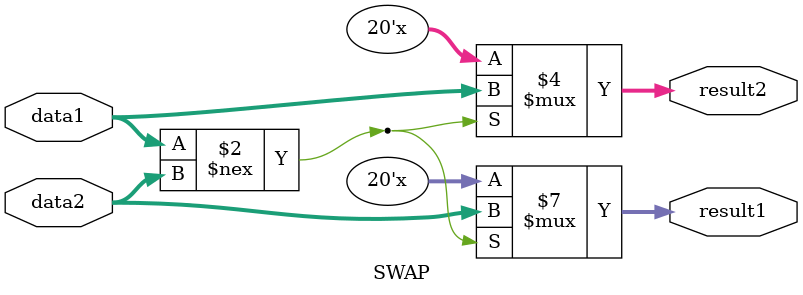
<source format=v>
module SHFTR (input [19:0] data, input [4:0] amount, output reg [19:0] result);
    always @* begin
        if (amount < 20)
            result = data >> amount;
        else
            result = 0;
    end
endmodule

module SHFTL (input [19:0] data, input [4:0] amount, output reg [19:0] result);
    always @* begin
        if (amount < 20)
            result = data << amount;
        else
            result = 0;
    end
endmodule

module ROTR (input [19:0] data, input [4:0] amount, output reg [19:0] result);
    always @* begin
        if (amount < 20)
            result = {data[(19-amount+1):0], data[19:(20-amount)]};
        else
            result = 0;
    end
endmodule

module ROTL (input [19:0] data, input [4:0] amount, output reg [19:0] result);
    always @* begin
        if (amount < 20)
            result = {data[amount-1:0], data[19:(amount)]};
        else
            result = 0;
    end
endmodule

module SWAP (input [19:0] data1, input [19:0] data2, output reg [19:0] result1, output reg [19:0] result2);
    always @* begin
        if (data1 !== data2) begin
            result1 = data2;
            result2 = data1;
        end
    end
endmodule

</source>
